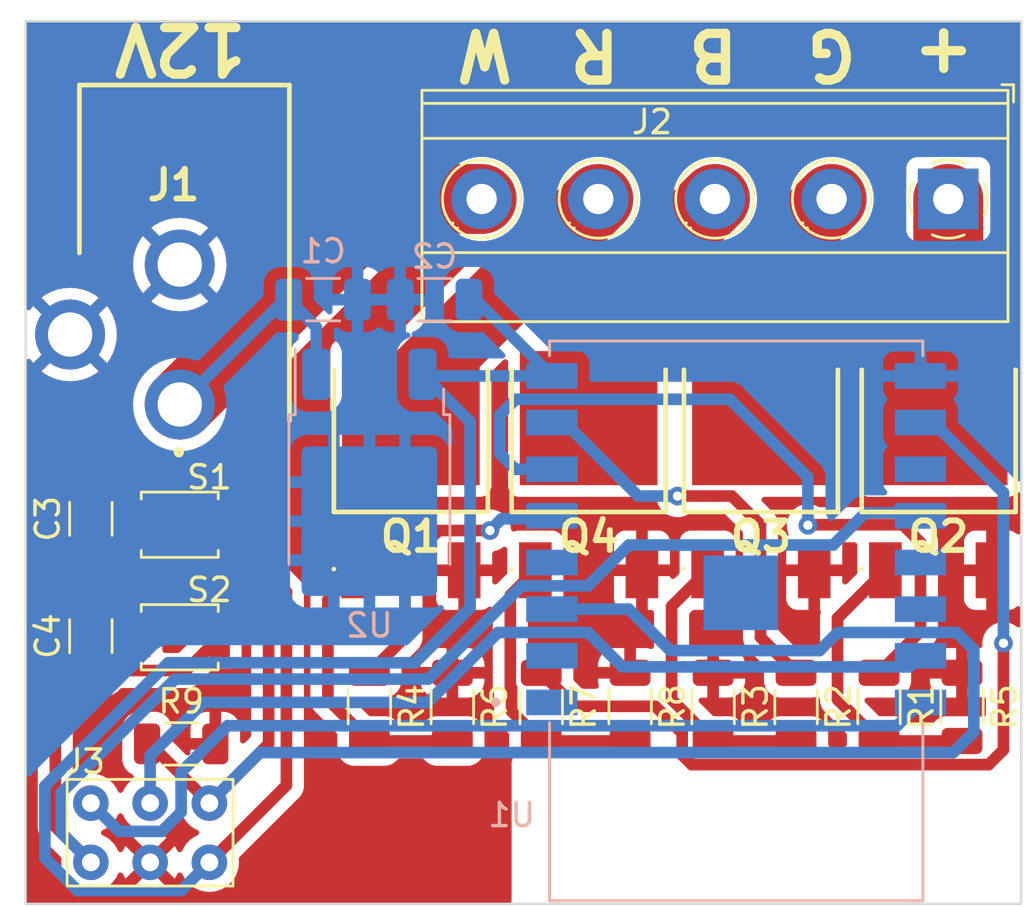
<source format=kicad_pcb>
(kicad_pcb (version 20221018) (generator pcbnew)
  (layers (0 "F.Cu" signal) (31 "B.Cu" signal) (34 "B.Paste" user) (35 "F.Paste" user) (36 "B.SilkS" user "B.Silkscreen") (37 "F.SilkS" user "F.Silkscreen") (38 "B.Mask" user) (39 "F.Mask" user) (44 "Edge.Cuts" user))
  (net 0 "")
  (net 1 "Net-(Q1-G)")
  (net 2 "WHITE_OUT-")
  (net 3 "GND")
  (net 4 "Net-(Q2-G)")
  (net 5 "RED_OUT-")
  (net 6 "Net-(Q3-G)")
  (net 7 "GREEN_OUT-")
  (net 8 "Net-(Q4-G)")
  (net 9 "BLUE_OUT-")
  (net 10 "PWM_WHITE")
  (net 11 "PWM_RED")
  (net 12 "PWM_GREEN")
  (net 13 "PWM_BLUE")
  (net 14 "VDD")
  (net 16 "EN")
  (net 19 "IO0")
  (net 22 "DEB_TX")
  (net 23 "DEB_RX")
  (net 24 "BLUE_OUT+")
  (footprint "Resistor_SMD:R_1206_3216Metric" (layer "F.Cu") (at 139.7 79.1865 -90)
    (fp_text reference "R1" (at 0 -1.82 90) (layer "F.SilkS"))
    (fp_text value "10kOhm")
    (fp_line (start -0.727064 -0.91) (end 0.727064 -0.91) (stroke (width 0.12)) (layer "F.SilkS"))
    (fp_line (start -0.727064 0.91) (end 0.727064 0.91) (stroke (width 0.12)) (layer "F.SilkS"))
    (pad "1" smd roundrect (at -1.4625 0 270) (size 1.125 1.75) (layers "F.Cu" "F.Paste" "F.Mask") (roundrect_rratio 0.2222222222) (net 10 "PWM_WHITE"))
    (pad "2" smd roundrect (at 1.4625 0 270) (size 1.125 1.75) (layers "F.Cu" "F.Paste" "F.Mask") (roundrect_rratio 0.2222222222) (net 4 "Net-(Q2-G)"))
  )
  (footprint "Resistor_SMD:R_1206_3216Metric" (layer "F.Cu") (at 125.222 79.1865 -90)
    (fp_text reference "R7" (at 0 -1.82 90) (layer "F.SilkS"))
    (fp_text value "10kOhm")
    (fp_line (start -0.727064 -0.91) (end 0.727064 -0.91) (stroke (width 0.12)) (layer "F.SilkS"))
    (fp_line (start -0.727064 0.91) (end 0.727064 0.91) (stroke (width 0.12)) (layer "F.SilkS"))
    (pad "1" smd roundrect (at -1.4625 0 270) (size 1.125 1.75) (layers "F.Cu" "F.Paste" "F.Mask") (roundrect_rratio 0.2222222222) (net 13 "PWM_BLUE"))
    (pad "2" smd roundrect (at 1.4625 0 270) (size 1.125 1.75) (layers "F.Cu" "F.Paste" "F.Mask") (roundrect_rratio 0.2222222222) (net 8 "Net-(Q4-G)"))
  )
  (footprint "Resistor_SMD:R_1206_3216Metric" (layer "F.Cu") (at 117.856 79.1865 -90)
    (fp_text reference "R4" (at 0 -1.82 90) (layer "F.SilkS"))
    (fp_text value "10kOhm")
    (fp_line (start -0.727064 -0.91) (end 0.727064 -0.91) (stroke (width 0.12)) (layer "F.SilkS"))
    (fp_line (start -0.727064 0.91) (end 0.727064 0.91) (stroke (width 0.12)) (layer "F.SilkS"))
    (pad "1" smd roundrect (at -1.4625 0 270) (size 1.125 1.75) (layers "F.Cu" "F.Paste" "F.Mask") (roundrect_rratio 0.2222222222) (net 12 "PWM_GREEN"))
    (pad "2" smd roundrect (at 1.4625 0 270) (size 1.125 1.75) (layers "F.Cu" "F.Paste" "F.Mask") (roundrect_rratio 0.2222222222) (net 1 "Net-(Q1-G)"))
  )
  (footprint "01_Footprints:BUK921430A118" (layer "F.Cu") (at 127.254 67.777)
    (fp_text reference "Q4" (at 0 4.105) (layer "F.SilkS") (effects (font (size 1.27 1.27) (thickness 0.254))))
    (fp_text value "BUK9214-30A" hide)
    (fp_line (start -3.352 5.5) (end -3.352 5.5) (stroke (width 0.1)) (layer "F.SilkS"))
    (fp_line (start -3.352 5.5) (end -3.252 5.5) (stroke (width 0.1)) (layer "F.SilkS"))
    (fp_line (start -3.3 -3.05) (end -3.3 3.05) (stroke (width 0.2)) (layer "F.SilkS"))
    (fp_line (start -3.3 3.05) (end 3.3 3.05) (stroke (width 0.2)) (layer "F.SilkS"))
    (fp_line (start -3.252 5.5) (end -3.252 5.5) (stroke (width 0.1)) (layer "F.SilkS"))
    (fp_line (start 3.3 3.05) (end 3.3 -3.05) (stroke (width 0.2)) (layer "F.SilkS"))
    (fp_arc (start -3.352 5.5) (mid -3.302 5.45) (end -3.252 5.5) (stroke (width 0.1)) (layer "F.SilkS"))
    (fp_arc (start -3.252 5.5) (mid -3.302 5.55) (end -3.352 5.5) (stroke (width 0.1)) (layer "F.SilkS"))
    (pad "1" smd rect (at -2.285 5.55) (size 1.4 2.4) (layers "F.Cu" "F.Paste" "F.Mask") (net 8 "Net-(Q4-G)"))
    (pad "2" smd rect (at 0 -0.975 90) (size 5.75 5.9) (layers "F.Cu" "F.Paste" "F.Mask") (net 9 "BLUE_OUT-"))
    (pad "3" smd rect (at 2.285 5.55) (size 1.4 2.4) (layers "F.Cu" "F.Paste" "F.Mask") (net 3 "GND"))
  )
  (footprint "Resistor_SMD:R_1206_3216Metric" (layer "F.Cu") (at 132.588 79.1865 -90)
    (fp_text reference "R3" (at 0 -1.82 90) (layer "F.SilkS"))
    (fp_text value "10kOhm")
    (fp_line (start -0.727064 -0.91) (end 0.727064 -0.91) (stroke (width 0.12)) (layer "F.SilkS"))
    (fp_line (start -0.727064 0.91) (end 0.727064 0.91) (stroke (width 0.12)) (layer "F.SilkS"))
    (pad "1" smd roundrect (at -1.4625 0 270) (size 1.125 1.75) (layers "F.Cu" "F.Paste" "F.Mask") (roundrect_rratio 0.2222222222) (net 3 "GND"))
    (pad "2" smd roundrect (at 1.4625 0 270) (size 1.125 1.75) (layers "F.Cu" "F.Paste" "F.Mask") (roundrect_rratio 0.2222222222) (net 6 "Net-(Q3-G)"))
  )
  (footprint "Resistor_SMD:R_1206_3216Metric" (layer "F.Cu") (at 143.256 79.1865 -90)
    (fp_text reference "R5" (at 0 -1.82 90) (layer "F.SilkS"))
    (fp_text value "10kOhm")
    (fp_line (start -0.727064 -0.91) (end 0.727064 -0.91) (stroke (width 0.12)) (layer "F.SilkS"))
    (fp_line (start -0.727064 0.91) (end 0.727064 0.91) (stroke (width 0.12)) (layer "F.SilkS"))
    (pad "1" smd roundrect (at -1.4625 0 270) (size 1.125 1.75) (layers "F.Cu" "F.Paste" "F.Mask") (roundrect_rratio 0.2222222222) (net 3 "GND"))
    (pad "2" smd roundrect (at 1.4625 0 270) (size 1.125 1.75) (layers "F.Cu" "F.Paste" "F.Mask") (roundrect_rratio 0.2222222222) (net 4 "Net-(Q2-G)"))
  )
  (footprint "Resistor_SMD:R_1206_3216Metric" (layer "F.Cu") (at 129.032 79.1865 -90)
    (fp_text reference "R8" (at 0 -1.82 90) (layer "F.SilkS"))
    (fp_text value "10kOhm")
    (fp_line (start -0.727064 -0.91) (end 0.727064 -0.91) (stroke (width 0.12)) (layer "F.SilkS"))
    (fp_line (start -0.727064 0.91) (end 0.727064 0.91) (stroke (width 0.12)) (layer "F.SilkS"))
    (pad "1" smd roundrect (at -1.4625 0 270) (size 1.125 1.75) (layers "F.Cu" "F.Paste" "F.Mask") (roundrect_rratio 0.2222222222) (net 3 "GND"))
    (pad "2" smd roundrect (at 1.4625 0 270) (size 1.125 1.75) (layers "F.Cu" "F.Paste" "F.Mask") (roundrect_rratio 0.2222222222) (net 8 "Net-(Q4-G)"))
  )
  (footprint "Resistor_SMD:R_1206_3216Metric" (layer "F.Cu") (at 109.7895 80.772)
    (fp_text reference "R9" (at 0 -1.82) (layer "F.SilkS"))
    (fp_text value "10kOhm")
    (fp_line (start -0.727064 -0.91) (end 0.727064 -0.91) (stroke (width 0.12)) (layer "F.SilkS"))
    (fp_line (start -0.727064 0.91) (end 0.727064 0.91) (stroke (width 0.12)) (layer "F.SilkS"))
    (pad "1" smd roundrect (at -1.4625 0) (size 1.125 1.75) (layers "F.Cu" "F.Paste" "F.Mask") (roundrect_rratio 0.2222222222) (net 16 "EN"))
    (pad "2" smd roundrect (at 1.4625 0) (size 1.125 1.75) (layers "F.Cu" "F.Paste" "F.Mask") (roundrect_rratio 0.2222222222) (net 3 "GND"))
  )
  (footprint "01_Footprints:BUK921430A118" (layer "F.Cu") (at 142.258 67.777)
    (fp_text reference "Q2" (at -0.018 4.105) (layer "F.SilkS") (effects (font (size 1.27 1.27) (thickness 0.254))))
    (fp_text value "BUK9214-30A" hide)
    (fp_line (start -3.352 5.5) (end -3.352 5.5) (stroke (width 0.1)) (layer "F.SilkS"))
    (fp_line (start -3.352 5.5) (end -3.252 5.5) (stroke (width 0.1)) (layer "F.SilkS"))
    (fp_line (start -3.3 -3.05) (end -3.3 3.05) (stroke (width 0.2)) (layer "F.SilkS"))
    (fp_line (start -3.3 3.05) (end 3.3 3.05) (stroke (width 0.2)) (layer "F.SilkS"))
    (fp_line (start -3.252 5.5) (end -3.252 5.5) (stroke (width 0.1)) (layer "F.SilkS"))
    (fp_line (start 3.3 3.05) (end 3.3 -3.05) (stroke (width 0.2)) (layer "F.SilkS"))
    (fp_arc (start -3.352 5.5) (mid -3.302 5.45) (end -3.252 5.5) (stroke (width 0.1)) (layer "F.SilkS"))
    (fp_arc (start -3.252 5.5) (mid -3.302 5.55) (end -3.352 5.5) (stroke (width 0.1)) (layer "F.SilkS"))
    (pad "1" smd rect (at -2.285 5.55) (size 1.4 2.4) (layers "F.Cu" "F.Paste" "F.Mask") (net 4 "Net-(Q2-G)"))
    (pad "2" smd rect (at 0 -0.975 90) (size 5.75 5.9) (layers "F.Cu" "F.Paste" "F.Mask") (net 2 "WHITE_OUT-"))
    (pad "3" smd rect (at 2.285 5.55) (size 1.4 2.4) (layers "F.Cu" "F.Paste" "F.Mask") (net 3 "GND"))
  )
  (footprint "Button_Switch_SMD:SW_SPST_B3U-1000P" (layer "F.Cu") (at 109.728 71.374)
    (fp_text reference "S1" (at 1.27 -2.032) (layer "F.SilkS"))
    (fp_text value "Enable")
    (fp_line (start -1.65 -1.4) (end 1.65 -1.4) (stroke (width 0.12)) (layer "F.SilkS"))
    (fp_line (start -1.65 -1.1) (end -1.65 -1.4) (stroke (width 0.12)) (layer "F.SilkS"))
    (fp_line (start -1.65 1.1) (end -1.65 1.4) (stroke (width 0.12)) (layer "F.SilkS"))
    (fp_line (start -1.65 1.4) (end 1.65 1.4) (stroke (width 0.12)) (layer "F.SilkS"))
    (fp_line (start 1.65 -1.4) (end 1.65 -1.1) (stroke (width 0.12)) (layer "F.SilkS"))
    (fp_line (start 1.65 1.4) (end 1.65 1.1) (stroke (width 0.12)) (layer "F.SilkS"))
    (pad "1" smd rect (at -1.7 0) (size 0.9 1.7) (layers "F.Cu" "F.Paste" "F.Mask") (net 16 "EN"))
    (pad "2" smd rect (at 1.7 0) (size 0.9 1.7) (layers "F.Cu" "F.Paste" "F.Mask") (net 14 "VDD"))
  )
  (footprint "Resistor_SMD:R_1206_3216Metric" (layer "F.Cu") (at 121.412 79.1865 -90)
    (fp_text reference "R6" (at 0 -1.82 90) (layer "F.SilkS"))
    (fp_text value "10kOhm")
    (fp_line (start -0.727064 -0.91) (end 0.727064 -0.91) (stroke (width 0.12)) (layer "F.SilkS"))
    (fp_line (start -0.727064 0.91) (end 0.727064 0.91) (stroke (width 0.12)) (layer "F.SilkS"))
    (pad "1" smd roundrect (at -1.4625 0 270) (size 1.125 1.75) (layers "F.Cu" "F.Paste" "F.Mask") (roundrect_rratio 0.2222222222) (net 3 "GND"))
    (pad "2" smd roundrect (at 1.4625 0 270) (size 1.125 1.75) (layers "F.Cu" "F.Paste" "F.Mask") (roundrect_rratio 0.2222222222) (net 1 "Net-(Q1-G)"))
  )
  (footprint "01_Footprints:PJ-102AH" (layer "F.Cu") (at 105.428 63.217075)
    (fp_text reference "J1" (at 4.035 -6.411) (layer "F.SilkS") (effects (font (size 1.27 1.27) (thickness 0.254))))
    (fp_text value "PJ-102A" hide)
    (fp_line (start 0 -10.7) (end 0 -3.5) (stroke (width 0.2)) (layer "F.SilkS"))
    (fp_line (start 9 -10.7) (end 0 -10.7) (stroke (width 0.2)) (layer "F.SilkS"))
    (fp_line (start 9 3.7) (end 9 -10.7) (stroke (width 0.2)) (layer "F.SilkS"))
    (fp_circle (center 4.261 5.051) (end 4.261 5.16985) (stroke (width 0.2)) (fill none) (layer "F.SilkS"))
    (pad "1" thru_hole circle (at 4.3 3) (size 3 3) (drill 1.9) (layers "*.Cu" "*.Mask") (net 24 "BLUE_OUT+"))
    (pad "2" thru_hole circle (at 4.3 -3) (size 3 3) (drill 1.9) (layers "*.Cu" "*.Mask") (net 3 "GND"))
    (pad "3" thru_hole circle (at -0.4 0) (size 3 3) (drill 1.9) (layers "*.Cu" "*.Mask") (net 3 "GND"))
  )
  (footprint "Button_Switch_SMD:SW_SPST_B3U-1000P" (layer "F.Cu") (at 109.728 76.2)
    (fp_text reference "S2" (at 1.27 -2.032) (layer "F.SilkS"))
    (fp_text value "IO0")
    (fp_line (start -1.65 -1.4) (end 1.65 -1.4) (stroke (width 0.12)) (layer "F.SilkS"))
    (fp_line (start -1.65 -1.1) (end -1.65 -1.4) (stroke (width 0.12)) (layer "F.SilkS"))
    (fp_line (start -1.65 1.1) (end -1.65 1.4) (stroke (width 0.12)) (layer "F.SilkS"))
    (fp_line (start -1.65 1.4) (end 1.65 1.4) (stroke (width 0.12)) (layer "F.SilkS"))
    (fp_line (start 1.65 -1.4) (end 1.65 -1.1) (stroke (width 0.12)) (layer "F.SilkS"))
    (fp_line (start 1.65 1.4) (end 1.65 1.1) (stroke (width 0.12)) (layer "F.SilkS"))
    (pad "1" smd rect (at -1.7 0) (size 0.9 1.7) (layers "F.Cu" "F.Paste" "F.Mask") (net 3 "GND"))
    (pad "2" smd rect (at 1.7 0) (size 0.9 1.7) (layers "F.Cu" "F.Paste" "F.Mask") (net 19 "IO0"))
  )
  (footprint "Capacitor_SMD:C_1206_3216Metric" (layer "F.Cu") (at 105.918 76.151 90)
    (fp_text reference "C4" (at 0 -1.85 90) (layer "F.SilkS"))
    (fp_text value "100nF")
    (fp_line (start -0.711252 -0.91) (end 0.711252 -0.91) (stroke (width 0.12)) (layer "F.SilkS"))
    (fp_line (start -0.711252 0.91) (end 0.711252 0.91) (stroke (width 0.12)) (layer "F.SilkS"))
    (pad "1" smd roundrect (at -1.475 0 90) (size 1.15 1.8) (layers "F.Cu" "F.Paste" "F.Mask") (roundrect_rratio 0.2173913043) (net 19 "IO0"))
    (pad "2" smd roundrect (at 1.475 0 90) (size 1.15 1.8) (layers "F.Cu" "F.Paste" "F.Mask") (roundrect_rratio 0.2173913043) (net 3 "GND"))
  )
  (footprint "01_Footprints:BUK921430A118" (layer "F.Cu") (at 134.638 67.777)
    (fp_text reference "Q3" (at 0 4.105) (layer "F.SilkS") (effects (font (size 1.27 1.27) (thickness 0.254))))
    (fp_text value "BUK9214-30A" hide)
    (fp_line (start -3.352 5.5) (end -3.352 5.5) (stroke (width 0.1)) (layer "F.SilkS"))
    (fp_line (start -3.352 5.5) (end -3.252 5.5) (stroke (width 0.1)) (layer "F.SilkS"))
    (fp_line (start -3.3 -3.05) (end -3.3 3.05) (stroke (width 0.2)) (layer "F.SilkS"))
    (fp_line (start -3.3 3.05) (end 3.3 3.05) (stroke (width 0.2)) (layer "F.SilkS"))
    (fp_line (start -3.252 5.5) (end -3.252 5.5) (stroke (width 0.1)) (layer "F.SilkS"))
    (fp_line (start 3.3 3.05) (end 3.3 -3.05) (stroke (width 0.2)) (layer "F.SilkS"))
    (fp_arc (start -3.352 5.5) (mid -3.302 5.45) (end -3.252 5.5) (stroke (width 0.1)) (layer "F.SilkS"))
    (fp_arc (start -3.252 5.5) (mid -3.302 5.55) (end -3.352 5.5) (stroke (width 0.1)) (layer "F.SilkS"))
    (pad "1" smd rect (at -2.285 5.55) (size 1.4 2.4) (layers "F.Cu" "F.Paste" "F.Mask") (net 6 "Net-(Q3-G)"))
    (pad "2" smd rect (at 0 -0.975 90) (size 5.75 5.9) (layers "F.Cu" "F.Paste" "F.Mask") (net 5 "RED_OUT-"))
    (pad "3" smd rect (at 2.285 5.55) (size 1.4 2.4) (layers "F.Cu" "F.Paste" "F.Mask") (net 3 "GND"))
  )
  (footprint "01_Footprints:BUK921430A118" (layer "F.Cu") (at 119.634 67.777)
    (fp_text reference "Q1" (at 0 4.105) (layer "F.SilkS") (effects (font (size 1.27 1.27) (thickness 0.254))))
    (fp_text value "BUK9214-30A" hide)
    (fp_line (start -3.352 5.5) (end -3.352 5.5) (stroke (width 0.1)) (layer "F.SilkS"))
    (fp_line (start -3.352 5.5) (end -3.252 5.5) (stroke (width 0.1)) (layer "F.SilkS"))
    (fp_line (start -3.3 -3.05) (end -3.3 3.05) (stroke (width 0.2)) (layer "F.SilkS"))
    (fp_line (start -3.3 3.05) (end 3.3 3.05) (stroke (width 0.2)) (layer "F.SilkS"))
    (fp_line (start -3.252 5.5) (end -3.252 5.5) (stroke (width 0.1)) (layer "F.SilkS"))
    (fp_line (start 3.3 3.05) (end 3.3 -3.05) (stroke (width 0.2)) (layer "F.SilkS"))
    (fp_arc (start -3.352 5.5) (mid -3.302 5.45) (end -3.252 5.5) (stroke (width 0.1)) (layer "F.SilkS"))
    (fp_arc (start -3.252 5.5) (mid -3.302 5.55) (end -3.352 5.5) (stroke (width 0.1)) (layer "F.SilkS"))
    (pad "1" smd rect (at -2.285 5.55) (size 1.4 2.4) (layers "F.Cu" "F.Paste" "F.Mask") (net 1 "Net-(Q1-G)"))
    (pad "2" smd rect (at 0 -0.975 90) (size 5.75 5.9) (layers "F.Cu" "F.Paste" "F.Mask") (net 7 "GREEN_OUT-"))
    (pad "3" smd rect (at 2.285 5.55) (size 1.4 2.4) (layers "F.Cu" "F.Paste" "F.Mask") (net 3 "GND"))
  )
  (footprint "01_Footprints:PROG_INTERFACE" (layer "F.Cu") (at 108.458 83.312)
    (fp_text reference "J3" (at -2.794 -1.778 unlocked) (layer "F.SilkS"))
    (fp_text value "PROG INTERFACE")
    (fp_rect (start -3.556 -1.016) (end 3.556 3.556) (stroke (width 0.12)) (fill none) (layer "F.SilkS"))
    (pad "1" thru_hole circle (at 2.54 0) (size 1.524 1.524) (drill 0.762) (layers "*.Cu" "*.Mask") (net 16 "EN"))
    (pad "2" thru_hole circle (at 2.54 2.54) (size 1.524 1.524) (drill 0.762) (layers "*.Cu" "*.Mask") (net 14 "VDD"))
    (pad "3" thru_hole circle (at 0 0) (size 1.524 1.524) (drill 0.762) (layers "*.Cu" "*.Mask") (net 22 "DEB_TX"))
    (pad "4" thru_hole circle (at 0 2.54) (size 1.524 1.524) (drill 0.762) (layers "*.Cu" "*.Mask") (net 3 "GND"))
    (pad "5" thru_hole circle (at -2.54 0) (size 1.524 1.524) (drill 0.762) (layers "*.Cu" "*.Mask") (net 23 "DEB_RX"))
    (pad "6" thru_hole circle (at -2.54 2.54) (size 1.524 1.524) (drill 0.762) (layers "*.Cu" "*.Mask") (net 19 "IO0"))
  )
  (footprint "TerminalBlock_Phoenix:TerminalBlock_Phoenix_MKDS-1,5-5_1x05_P5.00mm_Horizontal" (layer "F.Cu") (at 142.668 57.404 180)
    (fp_text reference "J2" (at 12.7 3.302) (layer "F.SilkS"))
    (fp_text value "LED_OUT")
    (fp_line (start -2.8 4.16) (end -2.8 4.9) (stroke (width 0.12)) (layer "F.SilkS"))
    (fp_line (start -2.8 4.9) (end -2.3 4.9) (stroke (width 0.12)) (layer "F.SilkS"))
    (fp_line (start -2.56 -5.261) (end -2.56 4.66) (stroke (width 0.12)) (layer "F.SilkS"))
    (fp_line (start -2.56 -5.261) (end 22.56 -5.261) (stroke (width 0.12)) (layer "F.SilkS"))
    (fp_line (start -2.56 -2.301) (end 22.56 -2.301) (stroke (width 0.12)) (layer "F.SilkS"))
    (fp_line (start -2.56 2.6) (end 22.56 2.6) (stroke (width 0.12)) (layer "F.SilkS"))
    (fp_line (start -2.56 4.1) (end 22.56 4.1) (stroke (width 0.12)) (layer "F.SilkS"))
    (fp_line (start -2.56 4.66) (end 22.56 4.66) (stroke (width 0.12)) (layer "F.SilkS"))
    (fp_line (start 3.773 1.023) (end 3.726 1.069) (stroke (width 0.12)) (layer "F.SilkS"))
    (fp_line (start 3.966 1.239) (end 3.931 1.274) (stroke (width 0.12)) (layer "F.SilkS"))
    (fp_line (start 6.07 -1.275) (end 6.035 -1.239) (stroke (width 0.12)) (layer "F.SilkS"))
    (fp_line (start 6.275 -1.069) (end 6.228 -1.023) (stroke (width 0.12)) (layer "F.SilkS"))
    (fp_line (start 8.773 1.023) (end 8.726 1.069) (stroke (width 0.12)) (layer "F.SilkS"))
    (fp_line (start 8.966 1.239) (end 8.931 1.274) (stroke (width 0.12)) (layer "F.SilkS"))
    (fp_line (start 11.07 -1.275) (end 11.035 -1.239) (stroke (width 0.12)) (layer "F.SilkS"))
    (fp_line (start 11.275 -1.069) (end 11.228 -1.023) (stroke (width 0.12)) (layer "F.SilkS"))
    (fp_line (start 13.773 1.023) (end 13.726 1.069) (stroke (width 0.12)) (layer "F.SilkS"))
    (fp_line (start 13.966 1.239) (end 13.931 1.274) (stroke (width 0.12)) (layer "F.SilkS"))
    (fp_line (start 16.07 -1.275) (end 16.035 -1.239) (stroke (width 0.12)) (layer "F.SilkS"))
    (fp_line (start 16.275 -1.069) (end 16.228 -1.023) (stroke (width 0.12)) (layer "F.SilkS"))
    (fp_line (start 18.773 1.023) (end 18.726 1.069) (stroke (width 0.12)) (layer "F.SilkS"))
    (fp_line (start 18.966 1.239) (end 18.931 1.274) (stroke (width 0.12)) (layer "F.SilkS"))
    (fp_line (start 21.07 -1.275) (end 21.035 -1.239) (stroke (width 0.12)) (layer "F.SilkS"))
    (fp_line (start 21.275 -1.069) (end 21.228 -1.023) (stroke (width 0.12)) (layer "F.SilkS"))
    (fp_line (start 22.56 -5.261) (end 22.56 4.66) (stroke (width 0.12)) (layer "F.SilkS"))
    (fp_arc (start -1.535427 0.683042) (mid -1.680501 -0.000524) (end -1.535 -0.684) (stroke (width 0.12)) (layer "F.SilkS"))
    (fp_arc (start -0.683042 -1.535427) (mid 0.000524 -1.680501) (end 0.684 -1.535) (stroke (width 0.12)) (layer "F.SilkS"))
    (fp_arc (start 0.028805 1.680253) (mid -0.335551 1.646659) (end -0.684 1.535) (stroke (width 0.12)) (layer "F.SilkS"))
    (fp_arc (start 0.683318 1.534756) (mid 0.349292 1.643288) (end 0 1.68) (stroke (width 0.12)) (layer "F.SilkS"))
    (fp_arc (start 1.535427 -0.683042) (mid 1.680501 0.000524) (end 1.535 0.684) (stroke (width 0.12)) (layer "F.SilkS"))
    (fp_circle (center 5 0) (end 6.68 0) (stroke (width 0.12)) (fill none) (layer "F.SilkS"))
    (fp_circle (center 10 0) (end 11.68 0) (stroke (width 0.12)) (fill none) (layer "F.SilkS"))
    (fp_circle (center 15 0) (end 16.68 0) (stroke (width 0.12)) (fill none) (layer "F.SilkS"))
    (fp_circle (center 20 0) (end 21.68 0) (stroke (width 0.12)) (fill none) (layer "F.SilkS"))
    (pad "1" thru_hole rect (at 0 0 180) (size 2.6 2.6) (drill 1.3) (layers "*.Cu" "*.Mask") (net 2 "WHITE_OUT-"))
    (pad "2" thru_hole circle (at 5 0 180) (size 2.6 2.6) (drill 1.3) (layers "*.Cu" "*.Mask") (net 5 "RED_OUT-"))
    (pad "3" thru_hole circle (at 10 0 180) (size 2.6 2.6) (drill 1.3) (layers "*.Cu" "*.Mask") (net 9 "BLUE_OUT-"))
    (pad "4" thru_hole circle (at 15 0 180) (size 2.6 2.6) (drill 1.3) (layers "*.Cu" "*.Mask") (net 7 "GREEN_OUT-"))
    (pad "5" thru_hole circle (at 20 0 180) (size 2.6 2.6) (drill 1.3) (layers "*.Cu" "*.Mask") (net 24 "BLUE_OUT+"))
  )
  (footprint "Resistor_SMD:R_1206_3216Metric" (layer "F.Cu") (at 136.144 79.1865 -90)
    (fp_text reference "R2" (at 0 -1.82 90) (layer "F.SilkS"))
    (fp_text value "10kOhm")
    (fp_line (start -0.727064 -0.91) (end 0.727064 -0.91) (stroke (width 0.12)) (layer "F.SilkS"))
    (fp_line (start -0.727064 0.91) (end 0.727064 0.91) (stroke (width 0.12)) (layer "F.SilkS"))
    (pad "1" smd roundrect (at -1.4625 0 270) (size 1.125 1.75) (layers "F.Cu" "F.Paste" "F.Mask") (roundrect_rratio 0.2222222222) (net 11 "PWM_RED"))
    (pad "2" smd roundrect (at 1.4625 0 270) (size 1.125 1.75) (layers "F.Cu" "F.Paste" "F.Mask") (roundrect_rratio 0.2222222222) (net 6 "Net-(Q3-G)"))
  )
  (footprint "Capacitor_SMD:C_1206_3216Metric" (layer "F.Cu") (at 105.918 71.12 90)
    (fp_text reference "C3" (at 0 -1.85 90) (layer "F.SilkS"))
    (fp_text value "100nF")
    (fp_line (start -0.711252 -0.91) (end 0.711252 -0.91) (stroke (width 0.12)) (layer "F.SilkS"))
    (fp_line (start -0.711252 0.91) (end 0.711252 0.91) (stroke (width 0.12)) (layer "F.SilkS"))
    (pad "1" smd roundrect (at -1.475 0 90) (size 1.15 1.8) (layers "F.Cu" "F.Paste" "F.Mask") (roundrect_rratio 0.2173913043) (net 16 "EN"))
    (pad "2" smd roundrect (at 1.475 0 90) (size 1.15 1.8) (layers "F.Cu" "F.Paste" "F.Mask") (roundrect_rratio 0.2173913043) (net 3 "GND"))
  )
  (footprint "Capacitor_SMD:C_1206_3216Metric" (layer "B.Cu") (at 120.65 61.722 180)
    (fp_text reference "C2" (at 0 1.85 180) (layer "B.SilkS") (effects (justify mirror)))
    (fp_text value "1uF")
    (fp_line (start -0.711252 -0.91) (end 0.711252 -0.91) (stroke (width 0.12)) (layer "B.SilkS"))
    (fp_line (start -0.711252 0.91) (end 0.711252 0.91) (stroke (width 0.12)) (layer "B.SilkS"))
    (pad "1" smd roundrect (at -1.475 0 180) (size 1.15 1.8) (layers "B.Cu" "B.Paste" "B.Mask") (roundrect_rratio 0.2173913043) (net 14 "VDD"))
    (pad "2" smd roundrect (at 1.475 0 180) (size 1.15 1.8) (layers "B.Cu" "B.Paste" "B.Mask") (roundrect_rratio 0.2173913043) (net 3 "GND"))
  )
  (footprint "01_Footprints:ESP-12S" (layer "B.Cu") (at 133.578 75.494)
    (fp_text reference "U1" (at -9.626 8.326 180) (layer "B.SilkS") (effects (justify mirror)))
    (fp_text value "ESP-12S")
    (fp_line (start -8 -12) (end -8 -11.37) (stroke (width 0.127)) (layer "B.SilkS"))
    (fp_line (start -8 4.37) (end -8 12) (stroke (width 0.127)) (layer "B.SilkS"))
    (fp_line (start -8 12) (end 8 12) (stroke (width 0.127)) (layer "B.SilkS"))
    (fp_line (start 8 -12) (end -8 -12) (stroke (width 0.127)) (layer "B.SilkS"))
    (fp_line (start 8 -12) (end 8 -11.37) (stroke (width 0.127)) (layer "B.SilkS"))
    (fp_line (start 8 12) (end 8 4.37) (stroke (width 0.127)) (layer "B.SilkS"))
    (fp_circle (center -10.3 3.5) (end -10.2 3.5) (stroke (width 0.2)) (fill none) (layer "B.SilkS"))
    (pad "1" smd rect (at -7.9 3.5) (size 2.2 1.1) (layers "B.Cu" "B.Paste" "B.Mask"))
    (pad "2" smd rect (at -7.9 1.5) (size 2.2 1.1) (layers "B.Cu" "B.Paste" "B.Mask"))
    (pad "3" smd rect (at -7.9 -0.5) (size 2.2 1.1) (layers "B.Cu" "B.Paste" "B.Mask") (net 16 "EN"))
    (pad "4" smd rect (at -7.9 -2.5) (size 2.2 1.1) (layers "B.Cu" "B.Paste" "B.Mask"))
    (pad "5" smd rect (at -7.9 -4.5) (size 2.2 1.1) (layers "B.Cu" "B.Paste" "B.Mask") (net 12 "PWM_GREEN"))
    (pad "6" smd rect (at -7.9 -6.5) (size 2.2 1.1) (layers "B.Cu" "B.Paste" "B.Mask") (net 10 "PWM_WHITE"))
    (pad "7" smd rect (at -7.9 -8.5) (size 2.2 1.1) (layers "B.Cu" "B.Paste" "B.Mask") (net 11 "PWM_RED"))
    (pad "8" smd rect (at -7.9 -10.5) (size 2.2 1.1) (layers "B.Cu" "B.Paste" "B.Mask") (net 14 "VDD"))
    (pad "9" smd rect (at 7.9 -10.5) (size 2.2 1.1) (layers "B.Cu" "B.Paste" "B.Mask") (net 3 "GND"))
    (pad "10" smd rect (at 7.9 -8.5) (size 2.2 1.1) (layers "B.Cu" "B.Paste" "B.Mask") (net 13 "PWM_BLUE"))
    (pad "11" smd rect (at 7.9 -6.5) (size 2.2 1.1) (layers "B.Cu" "B.Paste" "B.Mask"))
    (pad "12" smd rect (at 7.9 -4.5) (size 2.2 1.1) (layers "B.Cu" "B.Paste" "B.Mask") (net 19 "IO0"))
    (pad "13" smd rect (at 7.9 -2.5) (size 2.2 1.1) (layers "B.Cu" "B.Paste" "B.Mask"))
    (pad "14" smd rect (at 7.9 -0.5) (size 2.2 1.1) (layers "B.Cu" "B.Paste" "B.Mask"))
    (pad "15" smd rect (at 7.9 1.5) (size 2.2 1.1) (layers "B.Cu" "B.Paste" "B.Mask") (net 22 "DEB_TX"))
    (pad "16" smd rect (at 7.9 3.5) (size 2.2 1.1) (layers "B.Cu" "B.Paste" "B.Mask") (net 23 "DEB_RX"))
    (pad "17" smd rect (at 0.2 -1.2) (size 3.2 3.2) (layers "B.Cu" "B.Mask"))
    (zone (net 0) (net_name "") (layer "B.Cu") (connect_pads (clearance 0)) (min_thickness 0.01)
      (keepout (tracks not_allowed) (vias not_allowed) (pads not_allowed) (copperpour not_allowed) (footprints allowed))
      (fill (thermal_gap 0.508) (thermal_bridge_width 0.508))
      (polygon (pts (xy 125.578 81.394) (xy 141.578 81.394) (xy 141.578 87.494) (xy 125.578 87.494)))
    )
  )
  (footprint "Capacitor_SMD:C_1206_3216Metric" (layer "B.Cu") (at 115.873 61.722)
    (fp_text reference "C1" (at 0 -2.08 180) (layer "B.SilkS") (effects (justify mirror)))
    (fp_text value "1uF")
    (fp_line (start -0.711252 -0.91) (end 0.711252 -0.91) (stroke (width 0.12)) (layer "B.SilkS"))
    (fp_line (start -0.711252 0.91) (end 0.711252 0.91) (stroke (width 0.12)) (layer "B.SilkS"))
    (pad "1" smd roundrect (at -1.475 0) (size 1.15 1.8) (layers "B.Cu" "B.Paste" "B.Mask") (roundrect_rratio 0.2173913043) (net 24 "BLUE_OUT+"))
    (pad "2" smd roundrect (at 1.475 0) (size 1.15 1.8) (layers "B.Cu" "B.Paste" "B.Mask") (roundrect_rratio 0.2173913043) (net 3 "GND"))
  )
  (footprint "Package_TO_SOT_SMD:TO-252-2" (layer "B.Cu") (at 117.857 69.963 -90)
    (fp_text reference "U2" (at 5.729 0.001) (layer "B.SilkS") (effects (justify mirror)))
    (fp_text value "BD33FC0FP")
    (fp_line (start -3.31 -3.45) (end -3.31 -3.18) (stroke (width 0.12)) (layer "B.SilkS"))
    (fp_line (start -3.31 -3.18) (end -4.41 -3.18) (stroke (width 0.12)) (layer "B.SilkS"))
    (fp_line (start -3.31 3.18) (end -6.14 3.18) (stroke (width 0.12)) (layer "B.SilkS"))
    (fp_line (start -3.31 3.45) (end -3.31 3.18) (stroke (width 0.12)) (layer "B.SilkS"))
    (fp_line (start 3.11 -3.45) (end -3.31 -3.45) (stroke (width 0.12)) (layer "B.SilkS"))
    (fp_line (start 3.11 3.45) (end -3.31 3.45) (stroke (width 0.12)) (layer "B.SilkS"))
    (pad "1" smd roundrect (at -5.04 2.28 270) (size 2.2 1.2) (layers "B.Cu" "B.Paste" "B.Mask") (roundrect_rratio 0.2083333333) (net 24 "BLUE_OUT+"))
    (pad "2" smd roundrect (at -0.415 -1.525 270) (size 3.05 2.75) (layers "B.Cu" "B.Paste") (roundrect_rratio 0.09090909091) (net 3 "GND"))
    (pad "2" smd roundrect (at -0.415 1.525 270) (size 3.05 2.75) (layers "B.Cu" "B.Paste") (roundrect_rratio 0.09090909091) (net 3 "GND"))
    (pad "2" smd roundrect (at 1.26 0 270) (size 6.4 5.8) (layers "B.Cu" "B.Mask") (roundrect_rratio 0.04310293103) (net 3 "GND"))
    (pad "2" smd roundrect (at 2.935 -1.525 270) (size 3.05 2.75) (layers "B.Cu" "B.Paste") (roundrect_rratio 0.09090909091) (net 3 "GND"))
    (pad "2" smd roundrect (at 2.935 1.525 270) (size 3.05 2.75) (layers "B.Cu" "B.Paste") (roundrect_rratio 0.09090909091) (net 3 "GND"))
    (pad "3" smd roundrect (at -5.04 -2.28 270) (size 2.2 1.2) (layers "B.Cu" "B.Paste" "B.Mask") (roundrect_rratio 0.2083333333) (net 14 "VDD"))
  )
  (gr_rect (start 103.124 49.784) (end 145.796 87.63) (stroke (width 0.1)) (fill none) (layer "Edge.Cuts"))
  (gr_text "G" (at 138.938 50.038 180) (layer "F.SilkS") (effects (font (size 2 2) (thickness 0.4) bold) (justify left bottom)))
  (gr_text "12V" (at 112.776 49.784 180) (layer "F.SilkS") (effects (font (size 2 2) (thickness 0.4) bold) (justify left bottom)))
  (gr_text "R" (at 128.778 50.038 180) (layer "F.SilkS") (effects (font (size 2 2) (thickness 0.4) bold) (justify left bottom)))
  (gr_text "+" (at 140.97 52.07) (layer "F.SilkS") (effects (font (size 2 2) (thickness 0.4) bold) (justify left bottom)))
  (gr_text "B" (at 133.858 50.038 180) (layer "F.SilkS") (effects (font (size 2 2) (thickness 0.4) bold) (justify left bottom)))
  (gr_text "W" (at 124.206 50.038 180) (layer "F.SilkS") (effects (font (size 2 2) (thickness 0.4) bold) (justify left bottom)))
  (segment (start 116.078 78.871) (end 116.078 74.598) (width 0.5) (layer "F.Cu") (net 1))
  (segment (start 121.412 80.649) (end 117.856 80.649) (width 0.5) (layer "F.Cu") (net 1))
  (segment (start 116.078 74.598) (end 117.349 73.327) (width 0.5) (layer "F.Cu") (net 1))
  (segment (start 117.856 80.649) (end 116.078 78.871) (width 0.5) (layer "F.Cu") (net 1))
  (segment (start 142.668 66.392) (end 142.258 66.802) (width 3) (layer "F.Cu") (net 2))
  (segment (start 142.668 57.404) (end 142.668 66.392) (width 3) (layer "F.Cu") (net 2))
  (segment (start 139.973 73.327) (end 137.922 75.378) (width 0.5) (layer "F.Cu") (net 4))
  (segment (start 143.256 80.649) (end 139.7 80.649) (width 0.5) (layer "F.Cu") (net 4))
  (segment (start 137.922 78.871) (end 139.7 80.649) (width 0.5) (layer "F.Cu") (net 4))
  (segment (start 137.922 75.378) (end 137.922 78.871) (width 0.5) (layer "F.Cu") (net 4))
  (segment (start 134.638 60.434) (end 134.638 66.802) (width 3) (layer "F.Cu") (net 5))
  (segment (start 137.668 57.404) (end 134.638 60.434) (width 3) (layer "F.Cu") (net 5))
  (segment (start 132.588 80.649) (end 130.81 78.871) (width 0.5) (layer "F.Cu") (net 6))
  (segment (start 136.144 80.649) (end 132.588 80.649) (width 0.5) (layer "F.Cu") (net 6))
  (segment (start 130.81 74.87) (end 132.353 73.327) (width 0.5) (layer "F.Cu") (net 6))
  (segment (start 130.81 78.871) (end 130.81 74.87) (width 0.5) (layer "F.Cu") (net 6))
  (segment (start 127.668 57.404) (end 119.634 65.438) (width 3) (layer "F.Cu") (net 7))
  (segment (start 119.634 65.438) (end 119.634 66.802) (width 3) (layer "F.Cu") (net 7))
  (segment (start 123.897 78.326449) (end 123.897 74.399) (width 0.5) (layer "F.Cu") (net 8))
  (segment (start 129.032 80.649) (end 125.222 80.649) (width 0.5) (layer "F.Cu") (net 8))
  (segment (start 123.952 79.379) (end 123.952 78.381449) (width 0.5) (layer "F.Cu") (net 8))
  (segment (start 123.952 78.381449) (end 123.897 78.326449) (width 0.5) (layer "F.Cu") (net 8))
  (segment (start 125.222 80.649) (end 123.952 79.379) (width 0.5) (layer "F.Cu") (net 8))
  (segment (start 123.897 74.399) (end 124.969 73.327) (width 0.5) (layer "F.Cu") (net 8))
  (segment (start 132.668 57.404) (end 127.254 62.818) (width 3) (layer "F.Cu") (net 9))
  (segment (start 127.254 62.818) (end 127.254 66.802) (width 3) (layer "F.Cu") (net 9))
  (segment (start 141.478 75.946) (end 139.7 77.724) (width 0.5) (layer "F.Cu") (net 10))
  (segment (start 136.6725 71.374) (end 140.716 71.374) (width 0.5) (layer "F.Cu") (net 10))
  (segment (start 141.478 72.136) (end 141.478 75.946) (width 0.5) (layer "F.Cu") (net 10))
  (segment (start 136.652 71.3945) (end 136.6725 71.374) (width 0.5) (layer "F.Cu") (net 10))
  (segment (start 140.716 71.374) (end 141.478 72.136) (width 0.5) (layer "F.Cu") (net 10))
  (via (at 136.652 71.3945) (size 0.8) (drill 0.4) (layers "F.Cu" "B.Cu") (net 10))
  (segment (start 136.652 69.342) (end 133.304 65.994) (width 0.5) (layer "B.Cu") (net 10))
  (segment (start 123.444 68.326) (end 124.112 68.994) (width 0.5) (layer "B.Cu") (net 10))
  (segment (start 123.444 66.678) (end 123.444 68.326) (width 0.5) (layer "B.Cu") (net 10))
  (segment (start 124.112 68.994) (end 125.678 68.994) (width 0.5) (layer "B.Cu") (net 10))
  (segment (start 133.304 65.994) (end 124.128 65.994) (width 0.5) (layer "B.Cu") (net 10))
  (segment (start 124.128 65.994) (end 123.444 66.678) (width 0.5) (layer "B.Cu") (net 10))
  (segment (start 136.652 71.3945) (end 136.652 69.342) (width 0.5) (layer "B.Cu") (net 10))
  (segment (start 131.064 70.1445) (end 133.3905 70.1445) (width 0.5) (layer "F.Cu") (net 11))
  (segment (start 134.62 71.374) (end 134.62 76.2) (width 0.5) (layer "F.Cu") (net 11))
  (segment (start 134.62 76.2) (end 136.144 77.724) (width 0.5) (layer "F.Cu") (net 11))
  (segment (start 133.3905 70.1445) (end 134.62 71.374) (width 0.5) (layer "F.Cu") (net 11))
  (via (at 131.064 70.1445) (size 0.8) (drill 0.4) (layers "F.Cu" "B.Cu") (net 11))
  (segment (start 129.3785 70.1445) (end 126.228 66.994) (width 0.5) (layer "B.Cu") (net 11))
  (segment (start 131.064 70.1445) (end 129.3785 70.1445) (width 0.5) (layer "B.Cu") (net 11))
  (segment (start 126.228 66.994) (end 125.678 66.994) (width 0.5) (layer "B.Cu") (net 11))
  (segment (start 120.825027 71.620973) (end 119.38 73.066) (width 0.5) (layer "F.Cu") (net 12))
  (segment (start 123.0235 71.620973) (end 120.825027 71.620973) (width 0.5) (layer "F.Cu") (net 12))
  (segment (start 119.38 73.066) (end 119.38 76.2) (width 0.5) (layer "F.Cu") (net 12))
  (segment (start 119.38 76.2) (end 117.856 77.724) (width 0.5) (layer "F.Cu") (net 12))
  (via (at 123.0235 71.620973) (size 0.8) (drill 0.4) (layers "F.Cu" "B.Cu") (net 12))
  (segment (start 125.552 71.12) (end 125.678 70.994) (width 0.5) (layer "B.Cu") (net 12))
  (segment (start 123.524473 71.12) (end 125.552 71.12) (width 0.5) (layer "B.Cu") (net 12))
  (segment (start 123.0235 71.620973) (end 123.524473 71.12) (width 0.5) (layer "B.Cu") (net 12))
  (segment (start 130.11 79.16095) (end 126.65895 79.16095) (width 0.5) (layer "F.Cu") (net 13))
  (segment (start 145.034 81.026) (end 144.3985 81.6615) (width 0.5) (layer "F.Cu") (net 13))
  (segment (start 144.3985 81.6615) (end 131.673051 81.6615) (width 0.5) (layer "F.Cu") (net 13))
  (segment (start 131.673051 81.6615) (end 131.263 81.251449) (width 0.5) (layer "F.Cu") (net 13))
  (segment (start 131.263 80.31395) (end 130.11 79.16095) (width 0.5) (layer "F.Cu") (net 13))
  (segment (start 126.65895 79.16095) (end 125.222 77.724) (width 0.5) (layer "F.Cu") (net 13))
  (segment (start 145.034 76.454) (end 145.034 81.026) (width 0.5) (layer "F.Cu") (net 13))
  (segment (start 131.263 81.251449) (end 131.263 80.31395) (width 0.5) (layer "F.Cu") (net 13))
  (via (at 145.034 76.454) (size 0.8) (drill 0.4) (layers "F.Cu" "B.Cu") (net 13))
  (segment (start 142.028 66.994) (end 141.478 66.994) (width 0.5) (layer "B.Cu") (net 13))
  (segment (start 145.034 70) (end 142.028 66.994) (width 0.5) (layer "B.Cu") (net 13))
  (segment (start 145.034 76.454) (end 145.034 70) (width 0.5) (layer "B.Cu") (net 13))
  (segment (start 114.3 74.246) (end 111.428 71.374) (width 0.5) (layer "F.Cu") (net 14))
  (segment (start 114.3 82.55) (end 114.3 74.246) (width 0.5) (layer "F.Cu") (net 14))
  (segment (start 110.998 85.852) (end 114.3 82.55) (width 0.5) (layer "F.Cu") (net 14))
  (segment (start 120.208 64.994) (end 125.678 64.994) (width 0.5) (layer "B.Cu") (net 14))
  (segment (start 103.948 82.578023) (end 109.232024 77.294) (width 0.5) (layer "B.Cu") (net 14))
  (segment (start 103.948 85.664) (end 103.948 82.578023) (width 0.5) (layer "B.Cu") (net 14))
  (segment (start 120.137 64.923) (end 120.208 64.994) (width 0.5) (layer "B.Cu") (net 14))
  (segment (start 122.125 61.722) (end 122.406 61.722) (width 0.5) (layer "B.Cu") (net 14))
  (segment (start 122.174 66.96) (end 120.137 64.923) (width 0.5) (layer "B.Cu") (net 14))
  (segment (start 109.232024 77.294) (end 119.81 77.294) (width 0.5) (layer "B.Cu") (net 14))
  (segment (start 122.174 74.93) (end 122.174 66.96) (width 0.5) (layer "B.Cu") (net 14))
  (segment (start 119.81 77.294) (end 122.174 74.93) (width 0.5) (layer "B.Cu") (net 14))
  (segment (start 122.406 61.722) (end 125.678 64.994) (width 0.5) (layer "B.Cu") (net 14))
  (segment (start 109.786 87.064) (end 105.348 87.064) (width 0.5) (layer "B.Cu") (net 14))
  (segment (start 110.998 85.852) (end 109.786 87.064) (width 0.5) (layer "B.Cu") (net 14))
  (segment (start 105.348 87.064) (end 103.948 85.664) (width 0.5) (layer "B.Cu") (net 14))
  (segment (start 108.028 71.374) (end 110.528 71.374) (width 0.5) (layer "F.Cu") (net 16))
  (segment (start 108.458 80.772) (end 110.998 83.312) (width 0.5) (layer "F.Cu") (net 16))
  (segment (start 110.528 72.674) (end 111.73805 72.674) (width 0.5) (layer "F.Cu") (net 16))
  (segment (start 113.538 74.47395) (end 113.538 80.772) (width 0.5) (layer "F.Cu") (net 16))
  (segment (start 105.918 72.595) (end 106.807 72.595) (width 0.5) (layer "F.Cu") (net 16))
  (segment (start 111.73805 72.674) (end 113.538 74.47395) (width 0.5) (layer "F.Cu") (net 16))
  (segment (start 108.327 80.772) (end 108.458 80.772) (width 0.5) (layer "F.Cu") (net 16))
  (segment (start 110.528 71.374) (end 110.528 72.674) (width 0.5) (layer "F.Cu") (net 16))
  (segment (start 106.807 72.595) (end 108.028 71.374) (width 0.5) (layer "F.Cu") (net 16))
  (segment (start 113.538 80.772) (end 110.998 83.312) (width 0.5) (layer "F.Cu") (net 16))
  (segment (start 128.978 74.994) (end 130.754 76.77) (width 0.5) (layer "B.Cu") (net 16))
  (segment (start 143.764 80.264) (end 142.884 81.144) (width 0.5) (layer "B.Cu") (net 16))
  (segment (start 143.764 76.73) (end 143.764 80.264) (width 0.5) (layer "B.Cu") (net 16))
  (segment (start 142.884 81.144) (end 113.166 81.144) (width 0.5) (layer "B.Cu") (net 16))
  (segment (start 125.678 74.994) (end 128.978 74.994) (width 0.5) (layer "B.Cu") (net 16))
  (segment (start 137.152 76.77) (end 137.928 75.994) (width 0.5) (layer "B.Cu") (net 16))
  (segment (start 130.754 76.77) (end 137.152 76.77) (width 0.5) (layer "B.Cu") (net 16))
  (segment (start 137.928 75.994) (end 143.028 75.994) (width 0.5) (layer "B.Cu") (net 16))
  (segment (start 113.166 81.144) (end 110.998 83.312) (width 0.5) (layer "B.Cu") (net 16))
  (segment (start 143.028 75.994) (end 143.764 76.73) (width 0.5) (layer "B.Cu") (net 16))
  (segment (start 104.394 79.15) (end 104.394 84.328) (width 0.5) (layer "F.Cu") (net 19))
  (segment (start 104.394 84.328) (end 105.918 85.852) (width 0.5) (layer "F.Cu") (net 19))
  (segment (start 105.918 77.626) (end 104.394 79.15) (width 0.5) (layer "F.Cu") (net 19))
  (segment (start 110.002 77.626) (end 111.428 76.2) (width 0.5) (layer "F.Cu") (net 19))
  (segment (start 105.918 77.626) (end 110.002 77.626) (width 0.5) (layer "F.Cu") (net 19))
  (segment (start 141.35 70.866) (end 139.114291 70.866) (width 0.5) (layer "B.Cu") (net 19))
  (segment (start 127.228 73.994) (end 124.38 73.994) (width 0.5) (layer "B.Cu") (net 19))
  (segment (start 109.521973 77.994) (end 104.648 82.867973) (width 0.5) (layer "B.Cu") (net 19))
  (segment (start 124.38 73.994) (end 120.38 77.994) (width 0.5) (layer "B.Cu") (net 19))
  (segment (start 141.478 70.994) (end 141.35 70.866) (width 0.5) (layer "B.Cu") (net 19))
  (segment (start 120.38 77.994) (end 109.521973 77.994) (width 0.5) (layer "B.Cu") (net 19))
  (segment (start 137.736291 72.244) (end 128.978 72.244) (width 0.5) (layer "B.Cu") (net 19))
  (segment (start 139.114291 70.866) (end 137.736291 72.244) (width 0.5) (layer "B.Cu") (net 19))
  (segment (start 104.648 84.582) (end 105.918 85.852) (width 0.5) (layer "B.Cu") (net 19))
  (segment (start 104.648 82.867973) (end 104.648 84.582) (width 0.5) (layer "B.Cu") (net 19))
  (segment (start 128.978 72.244) (end 127.228 73.994) (width 0.5) (layer "B.Cu") (net 19))
  (segment (start 120.36995 78.994) (end 110.744 78.994) (width 0.5) (layer "B.Cu") (net 22))
  (segment (start 128.704 77.47) (end 127.228 75.994) (width 0.5) (layer "B.Cu") (net 22))
  (segment (start 110.744 78.994) (end 108.458 81.28) (width 0.5) (layer "B.Cu") (net 22))
  (segment (start 108.458 81.28) (end 108.458 83.312) (width 0.5) (layer "B.Cu") (net 22))
  (segment (start 141.478 76.994) (end 142.028 76.994) (width 0.5) (layer "B.Cu") (net 22))
  (segment (start 141.002 77.47) (end 128.704 77.47) (width 0.5) (layer "B.Cu") (net 22))
  (segment (start 123.36995 75.994) (end 120.36995 78.994) (width 0.5) (layer "B.Cu") (net 22))
  (segment (start 141.478 76.994) (end 141.002 77.47) (width 0.5) (layer "B.Cu") (net 22))
  (segment (start 127.228 75.994) (end 123.36995 75.994) (width 0.5) (layer "B.Cu") (net 22))
  (segment (start 109.786 83.698027) (end 109.786 81.984) (width 0.5) (layer "B.Cu") (net 23))
  (segment (start 111.776 79.994) (end 140.478 79.994) (width 0.5) (layer "B.Cu") (net 23))
  (segment (start 105.918 83.312) (end 107.13 84.524) (width 0.5) (layer "B.Cu") (net 23))
  (segment (start 140.478 79.994) (end 141.478 78.994) (width 0.5) (layer "B.Cu") (net 23))
  (segment (start 107.13 84.524) (end 108.960027 84.524) (width 0.5) (layer "B.Cu") (net 23))
  (segment (start 108.960027 84.524) (end 109.786 83.698027) (width 0.5) (layer "B.Cu") (net 23))
  (segment (start 109.786 81.984) (end 111.776 79.994) (width 0.5) (layer "B.Cu") (net 23))
  (segment (start 122.668 57.404) (end 118.541075 57.404) (width 3) (layer "F.Cu") (net 24))
  (segment (start 118.541075 57.404) (end 109.728 66.217075) (width 3) (layer "F.Cu") (net 24))
  (segment (start 115.577 64.923) (end 115.577 62.901) (width 0.5) (layer "B.Cu") (net 24))
  (segment (start 114.223075 61.722) (end 109.728 66.217075) (width 0.5) (layer "B.Cu") (net 24))
  (segment (start 115.577 62.901) (end 114.398 61.722) (width 0.5) (layer "B.Cu") (net 24))
  (segment (start 114.398 61.722) (end 114.223075 61.722) (width 0.5) (layer "B.Cu") (net 24))
  (zone (net 3) (net_name "GND") (layers "F&B.Cu") (connect_pads (clearance 0.5)) (min_thickness 0.25) (fill yes (thermal_gap 0.5) (thermal_bridge_width 0.5))
    (polygon (pts (xy 103.124 49.784) (xy 145.796 49.784) (xy 145.796 81.28) (xy 123.952 81.534) (xy 123.952 87.63) (xy 103.124 87.63)))
  )
)
</source>
